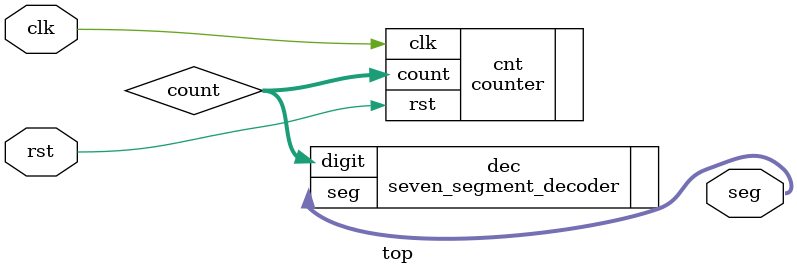
<source format=v>
module top (
    input wire clk,
    input wire rst,
    output wire [6:0] seg
);

wire [3:0] count;

counter cnt (
    .clk(clk),
    .rst(rst),
    .count(count)
);

seven_segment_decoder dec (
	.digit(count),
	.seg(seg)
);

endmodule
</source>
